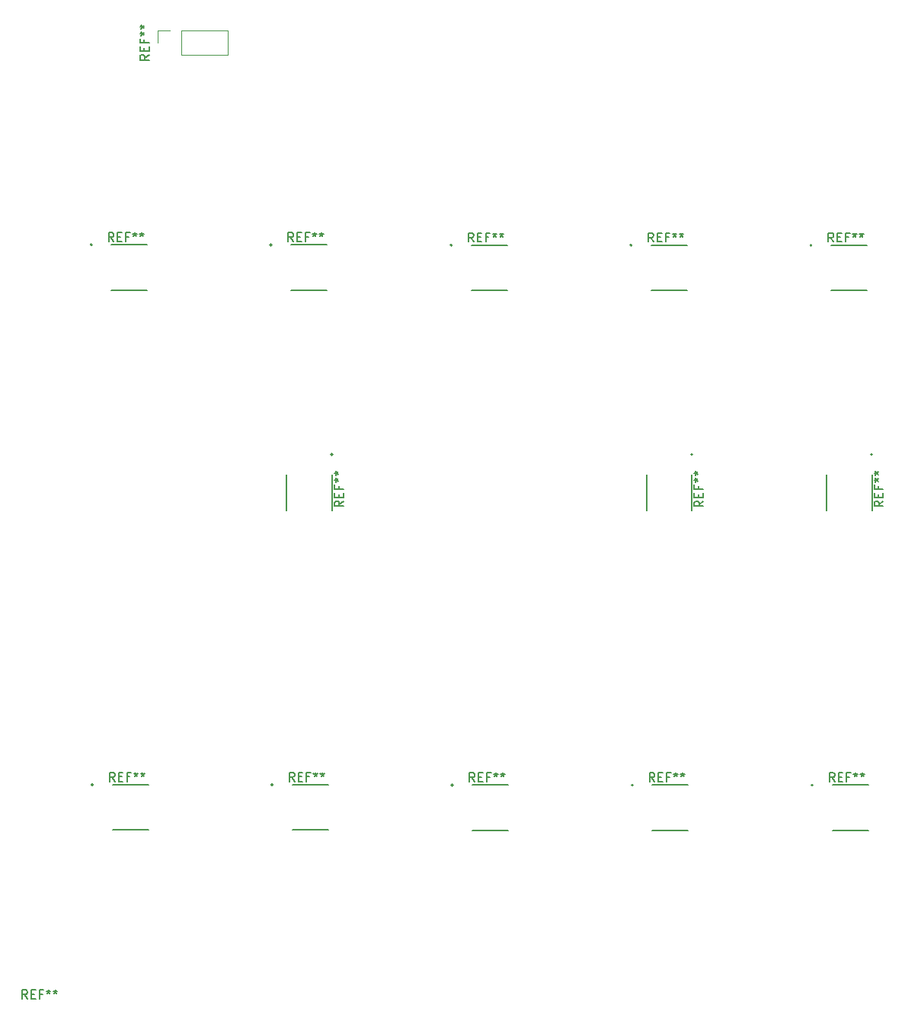
<source format=gbr>
%TF.GenerationSoftware,KiCad,Pcbnew,(6.0.4)*%
%TF.CreationDate,2022-05-01T19:30:29-04:00*%
%TF.ProjectId,ultrasonic,756c7472-6173-46f6-9e69-632e6b696361,rev?*%
%TF.SameCoordinates,Original*%
%TF.FileFunction,Legend,Top*%
%TF.FilePolarity,Positive*%
%FSLAX46Y46*%
G04 Gerber Fmt 4.6, Leading zero omitted, Abs format (unit mm)*
G04 Created by KiCad (PCBNEW (6.0.4)) date 2022-05-01 19:30:29*
%MOMM*%
%LPD*%
G01*
G04 APERTURE LIST*
%ADD10C,0.150000*%
%ADD11C,0.120000*%
%ADD12C,0.127000*%
%ADD13C,0.200000*%
G04 APERTURE END LIST*
D10*
%TO.C,*%
%TO.C,REF\u002A\u002A*%
X63666666Y-151252380D02*
X63333333Y-150776190D01*
X63095238Y-151252380D02*
X63095238Y-150252380D01*
X63476190Y-150252380D01*
X63571428Y-150300000D01*
X63619047Y-150347619D01*
X63666666Y-150442857D01*
X63666666Y-150585714D01*
X63619047Y-150680952D01*
X63571428Y-150728571D01*
X63476190Y-150776190D01*
X63095238Y-150776190D01*
X64095238Y-150728571D02*
X64428571Y-150728571D01*
X64571428Y-151252380D02*
X64095238Y-151252380D01*
X64095238Y-150252380D01*
X64571428Y-150252380D01*
X65333333Y-150728571D02*
X65000000Y-150728571D01*
X65000000Y-151252380D02*
X65000000Y-150252380D01*
X65476190Y-150252380D01*
X66000000Y-150252380D02*
X66000000Y-150490476D01*
X65761904Y-150395238D02*
X66000000Y-150490476D01*
X66238095Y-150395238D01*
X65857142Y-150680952D02*
X66000000Y-150490476D01*
X66142857Y-150680952D01*
X66761904Y-150252380D02*
X66761904Y-150490476D01*
X66523809Y-150395238D02*
X66761904Y-150490476D01*
X67000000Y-150395238D01*
X66619047Y-150680952D02*
X66761904Y-150490476D01*
X66904761Y-150680952D01*
X77182380Y-46333333D02*
X76706190Y-46666666D01*
X77182380Y-46904761D02*
X76182380Y-46904761D01*
X76182380Y-46523809D01*
X76230000Y-46428571D01*
X76277619Y-46380952D01*
X76372857Y-46333333D01*
X76515714Y-46333333D01*
X76610952Y-46380952D01*
X76658571Y-46428571D01*
X76706190Y-46523809D01*
X76706190Y-46904761D01*
X76658571Y-45904761D02*
X76658571Y-45571428D01*
X77182380Y-45428571D02*
X77182380Y-45904761D01*
X76182380Y-45904761D01*
X76182380Y-45428571D01*
X76658571Y-44666666D02*
X76658571Y-45000000D01*
X77182380Y-45000000D02*
X76182380Y-45000000D01*
X76182380Y-44523809D01*
X76182380Y-44000000D02*
X76420476Y-44000000D01*
X76325238Y-44238095D02*
X76420476Y-44000000D01*
X76325238Y-43761904D01*
X76610952Y-44142857D02*
X76420476Y-44000000D01*
X76610952Y-43857142D01*
X76182380Y-43238095D02*
X76420476Y-43238095D01*
X76325238Y-43476190D02*
X76420476Y-43238095D01*
X76325238Y-43000000D01*
X76610952Y-43380952D02*
X76420476Y-43238095D01*
X76610952Y-43095238D01*
X133387913Y-127115381D02*
X133054580Y-126639191D01*
X132816485Y-127115381D02*
X132816485Y-126115381D01*
X133197437Y-126115381D01*
X133292675Y-126163001D01*
X133340294Y-126210620D01*
X133387913Y-126305858D01*
X133387913Y-126448715D01*
X133340294Y-126543953D01*
X133292675Y-126591572D01*
X133197437Y-126639191D01*
X132816485Y-126639191D01*
X133816485Y-126591572D02*
X134149818Y-126591572D01*
X134292675Y-127115381D02*
X133816485Y-127115381D01*
X133816485Y-126115381D01*
X134292675Y-126115381D01*
X135054580Y-126591572D02*
X134721247Y-126591572D01*
X134721247Y-127115381D02*
X134721247Y-126115381D01*
X135197437Y-126115381D01*
X135721247Y-126115381D02*
X135721247Y-126353477D01*
X135483151Y-126258239D02*
X135721247Y-126353477D01*
X135959342Y-126258239D01*
X135578389Y-126543953D02*
X135721247Y-126353477D01*
X135864104Y-126543953D01*
X136483151Y-126115381D02*
X136483151Y-126353477D01*
X136245056Y-126258239D02*
X136483151Y-126353477D01*
X136721247Y-126258239D01*
X136340294Y-126543953D02*
X136483151Y-126353477D01*
X136626008Y-126543953D01*
X153387913Y-127115381D02*
X153054580Y-126639191D01*
X152816485Y-127115381D02*
X152816485Y-126115381D01*
X153197437Y-126115381D01*
X153292675Y-126163001D01*
X153340294Y-126210620D01*
X153387913Y-126305858D01*
X153387913Y-126448715D01*
X153340294Y-126543953D01*
X153292675Y-126591572D01*
X153197437Y-126639191D01*
X152816485Y-126639191D01*
X153816485Y-126591572D02*
X154149818Y-126591572D01*
X154292675Y-127115381D02*
X153816485Y-127115381D01*
X153816485Y-126115381D01*
X154292675Y-126115381D01*
X155054580Y-126591572D02*
X154721247Y-126591572D01*
X154721247Y-127115381D02*
X154721247Y-126115381D01*
X155197437Y-126115381D01*
X155721247Y-126115381D02*
X155721247Y-126353477D01*
X155483151Y-126258239D02*
X155721247Y-126353477D01*
X155959342Y-126258239D01*
X155578389Y-126543953D02*
X155721247Y-126353477D01*
X155864104Y-126543953D01*
X156483151Y-126115381D02*
X156483151Y-126353477D01*
X156245056Y-126258239D02*
X156483151Y-126353477D01*
X156721247Y-126258239D01*
X156340294Y-126543953D02*
X156483151Y-126353477D01*
X156626008Y-126543953D01*
X73387913Y-127076507D02*
X73054580Y-126600317D01*
X72816485Y-127076507D02*
X72816485Y-126076507D01*
X73197437Y-126076507D01*
X73292675Y-126124127D01*
X73340294Y-126171746D01*
X73387913Y-126266984D01*
X73387913Y-126409841D01*
X73340294Y-126505079D01*
X73292675Y-126552698D01*
X73197437Y-126600317D01*
X72816485Y-126600317D01*
X73816485Y-126552698D02*
X74149818Y-126552698D01*
X74292675Y-127076507D02*
X73816485Y-127076507D01*
X73816485Y-126076507D01*
X74292675Y-126076507D01*
X75054580Y-126552698D02*
X74721247Y-126552698D01*
X74721247Y-127076507D02*
X74721247Y-126076507D01*
X75197437Y-126076507D01*
X75721247Y-126076507D02*
X75721247Y-126314603D01*
X75483151Y-126219365D02*
X75721247Y-126314603D01*
X75959342Y-126219365D01*
X75578389Y-126505079D02*
X75721247Y-126314603D01*
X75864104Y-126505079D01*
X76483151Y-126076507D02*
X76483151Y-126314603D01*
X76245056Y-126219365D02*
X76483151Y-126314603D01*
X76721247Y-126219365D01*
X76340294Y-126505079D02*
X76483151Y-126314603D01*
X76626008Y-126505079D01*
X93361499Y-127076507D02*
X93028166Y-126600317D01*
X92790071Y-127076507D02*
X92790071Y-126076507D01*
X93171023Y-126076507D01*
X93266261Y-126124127D01*
X93313880Y-126171746D01*
X93361499Y-126266984D01*
X93361499Y-126409841D01*
X93313880Y-126505079D01*
X93266261Y-126552698D01*
X93171023Y-126600317D01*
X92790071Y-126600317D01*
X93790071Y-126552698D02*
X94123404Y-126552698D01*
X94266261Y-127076507D02*
X93790071Y-127076507D01*
X93790071Y-126076507D01*
X94266261Y-126076507D01*
X95028166Y-126552698D02*
X94694833Y-126552698D01*
X94694833Y-127076507D02*
X94694833Y-126076507D01*
X95171023Y-126076507D01*
X95694833Y-126076507D02*
X95694833Y-126314603D01*
X95456737Y-126219365D02*
X95694833Y-126314603D01*
X95932928Y-126219365D01*
X95551975Y-126505079D02*
X95694833Y-126314603D01*
X95837690Y-126505079D01*
X96456737Y-126076507D02*
X96456737Y-126314603D01*
X96218642Y-126219365D02*
X96456737Y-126314603D01*
X96694833Y-126219365D01*
X96313880Y-126505079D02*
X96456737Y-126314603D01*
X96599594Y-126505079D01*
X113387913Y-127115381D02*
X113054580Y-126639191D01*
X112816485Y-127115381D02*
X112816485Y-126115381D01*
X113197437Y-126115381D01*
X113292675Y-126163001D01*
X113340294Y-126210620D01*
X113387913Y-126305858D01*
X113387913Y-126448715D01*
X113340294Y-126543953D01*
X113292675Y-126591572D01*
X113197437Y-126639191D01*
X112816485Y-126639191D01*
X113816485Y-126591572D02*
X114149818Y-126591572D01*
X114292675Y-127115381D02*
X113816485Y-127115381D01*
X113816485Y-126115381D01*
X114292675Y-126115381D01*
X115054580Y-126591572D02*
X114721247Y-126591572D01*
X114721247Y-127115381D02*
X114721247Y-126115381D01*
X115197437Y-126115381D01*
X115721247Y-126115381D02*
X115721247Y-126353477D01*
X115483151Y-126258239D02*
X115721247Y-126353477D01*
X115959342Y-126258239D01*
X115578389Y-126543953D02*
X115721247Y-126353477D01*
X115864104Y-126543953D01*
X116483151Y-126115381D02*
X116483151Y-126353477D01*
X116245056Y-126258239D02*
X116483151Y-126353477D01*
X116721247Y-126258239D01*
X116340294Y-126543953D02*
X116483151Y-126353477D01*
X116626008Y-126543953D01*
X73266666Y-67076506D02*
X72933333Y-66600316D01*
X72695238Y-67076506D02*
X72695238Y-66076506D01*
X73076190Y-66076506D01*
X73171428Y-66124126D01*
X73219047Y-66171745D01*
X73266666Y-66266983D01*
X73266666Y-66409840D01*
X73219047Y-66505078D01*
X73171428Y-66552697D01*
X73076190Y-66600316D01*
X72695238Y-66600316D01*
X73695238Y-66552697D02*
X74028571Y-66552697D01*
X74171428Y-67076506D02*
X73695238Y-67076506D01*
X73695238Y-66076506D01*
X74171428Y-66076506D01*
X74933333Y-66552697D02*
X74600000Y-66552697D01*
X74600000Y-67076506D02*
X74600000Y-66076506D01*
X75076190Y-66076506D01*
X75600000Y-66076506D02*
X75600000Y-66314602D01*
X75361904Y-66219364D02*
X75600000Y-66314602D01*
X75838095Y-66219364D01*
X75457142Y-66505078D02*
X75600000Y-66314602D01*
X75742857Y-66505078D01*
X76361904Y-66076506D02*
X76361904Y-66314602D01*
X76123809Y-66219364D02*
X76361904Y-66314602D01*
X76600000Y-66219364D01*
X76219047Y-66505078D02*
X76361904Y-66314602D01*
X76504761Y-66505078D01*
X158789380Y-95933333D02*
X158313190Y-96266666D01*
X158789380Y-96504761D02*
X157789380Y-96504761D01*
X157789380Y-96123809D01*
X157837000Y-96028571D01*
X157884619Y-95980952D01*
X157979857Y-95933333D01*
X158122714Y-95933333D01*
X158217952Y-95980952D01*
X158265571Y-96028571D01*
X158313190Y-96123809D01*
X158313190Y-96504761D01*
X158265571Y-95504761D02*
X158265571Y-95171428D01*
X158789380Y-95028571D02*
X158789380Y-95504761D01*
X157789380Y-95504761D01*
X157789380Y-95028571D01*
X158265571Y-94266666D02*
X158265571Y-94600000D01*
X158789380Y-94600000D02*
X157789380Y-94600000D01*
X157789380Y-94123809D01*
X157789380Y-93600000D02*
X158027476Y-93600000D01*
X157932238Y-93838095D02*
X158027476Y-93600000D01*
X157932238Y-93361904D01*
X158217952Y-93742857D02*
X158027476Y-93600000D01*
X158217952Y-93457142D01*
X157789380Y-92838095D02*
X158027476Y-92838095D01*
X157932238Y-93076190D02*
X158027476Y-92838095D01*
X157932238Y-92600000D01*
X158217952Y-92980952D02*
X158027476Y-92838095D01*
X158217952Y-92695238D01*
X138789380Y-95933333D02*
X138313190Y-96266666D01*
X138789380Y-96504761D02*
X137789380Y-96504761D01*
X137789380Y-96123809D01*
X137837000Y-96028571D01*
X137884619Y-95980952D01*
X137979857Y-95933333D01*
X138122714Y-95933333D01*
X138217952Y-95980952D01*
X138265571Y-96028571D01*
X138313190Y-96123809D01*
X138313190Y-96504761D01*
X138265571Y-95504761D02*
X138265571Y-95171428D01*
X138789380Y-95028571D02*
X138789380Y-95504761D01*
X137789380Y-95504761D01*
X137789380Y-95028571D01*
X138265571Y-94266666D02*
X138265571Y-94600000D01*
X138789380Y-94600000D02*
X137789380Y-94600000D01*
X137789380Y-94123809D01*
X137789380Y-93600000D02*
X138027476Y-93600000D01*
X137932238Y-93838095D02*
X138027476Y-93600000D01*
X137932238Y-93361904D01*
X138217952Y-93742857D02*
X138027476Y-93600000D01*
X138217952Y-93457142D01*
X137789380Y-92838095D02*
X138027476Y-92838095D01*
X137932238Y-93076190D02*
X138027476Y-92838095D01*
X137932238Y-92600000D01*
X138217952Y-92980952D02*
X138027476Y-92838095D01*
X138217952Y-92695238D01*
X98789380Y-95933333D02*
X98313190Y-96266666D01*
X98789380Y-96504761D02*
X97789380Y-96504761D01*
X97789380Y-96123809D01*
X97837000Y-96028571D01*
X97884619Y-95980952D01*
X97979857Y-95933333D01*
X98122714Y-95933333D01*
X98217952Y-95980952D01*
X98265571Y-96028571D01*
X98313190Y-96123809D01*
X98313190Y-96504761D01*
X98265571Y-95504761D02*
X98265571Y-95171428D01*
X98789380Y-95028571D02*
X98789380Y-95504761D01*
X97789380Y-95504761D01*
X97789380Y-95028571D01*
X98265571Y-94266666D02*
X98265571Y-94600000D01*
X98789380Y-94600000D02*
X97789380Y-94600000D01*
X97789380Y-94123809D01*
X97789380Y-93600000D02*
X98027476Y-93600000D01*
X97932238Y-93838095D02*
X98027476Y-93600000D01*
X97932238Y-93361904D01*
X98217952Y-93742857D02*
X98027476Y-93600000D01*
X98217952Y-93457142D01*
X97789380Y-92838095D02*
X98027476Y-92838095D01*
X97932238Y-93076190D02*
X98027476Y-92838095D01*
X97932238Y-92600000D01*
X98217952Y-92980952D02*
X98027476Y-92838095D01*
X98217952Y-92695238D01*
X153266666Y-67115380D02*
X152933333Y-66639190D01*
X152695238Y-67115380D02*
X152695238Y-66115380D01*
X153076190Y-66115380D01*
X153171428Y-66163000D01*
X153219047Y-66210619D01*
X153266666Y-66305857D01*
X153266666Y-66448714D01*
X153219047Y-66543952D01*
X153171428Y-66591571D01*
X153076190Y-66639190D01*
X152695238Y-66639190D01*
X153695238Y-66591571D02*
X154028571Y-66591571D01*
X154171428Y-67115380D02*
X153695238Y-67115380D01*
X153695238Y-66115380D01*
X154171428Y-66115380D01*
X154933333Y-66591571D02*
X154600000Y-66591571D01*
X154600000Y-67115380D02*
X154600000Y-66115380D01*
X155076190Y-66115380D01*
X155600000Y-66115380D02*
X155600000Y-66353476D01*
X155361904Y-66258238D02*
X155600000Y-66353476D01*
X155838095Y-66258238D01*
X155457142Y-66543952D02*
X155600000Y-66353476D01*
X155742857Y-66543952D01*
X156361904Y-66115380D02*
X156361904Y-66353476D01*
X156123809Y-66258238D02*
X156361904Y-66353476D01*
X156600000Y-66258238D01*
X156219047Y-66543952D02*
X156361904Y-66353476D01*
X156504761Y-66543952D01*
X133266666Y-67115380D02*
X132933333Y-66639190D01*
X132695238Y-67115380D02*
X132695238Y-66115380D01*
X133076190Y-66115380D01*
X133171428Y-66163000D01*
X133219047Y-66210619D01*
X133266666Y-66305857D01*
X133266666Y-66448714D01*
X133219047Y-66543952D01*
X133171428Y-66591571D01*
X133076190Y-66639190D01*
X132695238Y-66639190D01*
X133695238Y-66591571D02*
X134028571Y-66591571D01*
X134171428Y-67115380D02*
X133695238Y-67115380D01*
X133695238Y-66115380D01*
X134171428Y-66115380D01*
X134933333Y-66591571D02*
X134600000Y-66591571D01*
X134600000Y-67115380D02*
X134600000Y-66115380D01*
X135076190Y-66115380D01*
X135600000Y-66115380D02*
X135600000Y-66353476D01*
X135361904Y-66258238D02*
X135600000Y-66353476D01*
X135838095Y-66258238D01*
X135457142Y-66543952D02*
X135600000Y-66353476D01*
X135742857Y-66543952D01*
X136361904Y-66115380D02*
X136361904Y-66353476D01*
X136123809Y-66258238D02*
X136361904Y-66353476D01*
X136600000Y-66258238D01*
X136219047Y-66543952D02*
X136361904Y-66353476D01*
X136504761Y-66543952D01*
X113266666Y-67115380D02*
X112933333Y-66639190D01*
X112695238Y-67115380D02*
X112695238Y-66115380D01*
X113076190Y-66115380D01*
X113171428Y-66163000D01*
X113219047Y-66210619D01*
X113266666Y-66305857D01*
X113266666Y-66448714D01*
X113219047Y-66543952D01*
X113171428Y-66591571D01*
X113076190Y-66639190D01*
X112695238Y-66639190D01*
X113695238Y-66591571D02*
X114028571Y-66591571D01*
X114171428Y-67115380D02*
X113695238Y-67115380D01*
X113695238Y-66115380D01*
X114171428Y-66115380D01*
X114933333Y-66591571D02*
X114600000Y-66591571D01*
X114600000Y-67115380D02*
X114600000Y-66115380D01*
X115076190Y-66115380D01*
X115600000Y-66115380D02*
X115600000Y-66353476D01*
X115361904Y-66258238D02*
X115600000Y-66353476D01*
X115838095Y-66258238D01*
X115457142Y-66543952D02*
X115600000Y-66353476D01*
X115742857Y-66543952D01*
X116361904Y-66115380D02*
X116361904Y-66353476D01*
X116123809Y-66258238D02*
X116361904Y-66353476D01*
X116600000Y-66258238D01*
X116219047Y-66543952D02*
X116361904Y-66353476D01*
X116504761Y-66543952D01*
X93240252Y-67076506D02*
X92906919Y-66600316D01*
X92668824Y-67076506D02*
X92668824Y-66076506D01*
X93049776Y-66076506D01*
X93145014Y-66124126D01*
X93192633Y-66171745D01*
X93240252Y-66266983D01*
X93240252Y-66409840D01*
X93192633Y-66505078D01*
X93145014Y-66552697D01*
X93049776Y-66600316D01*
X92668824Y-66600316D01*
X93668824Y-66552697D02*
X94002157Y-66552697D01*
X94145014Y-67076506D02*
X93668824Y-67076506D01*
X93668824Y-66076506D01*
X94145014Y-66076506D01*
X94906919Y-66552697D02*
X94573586Y-66552697D01*
X94573586Y-67076506D02*
X94573586Y-66076506D01*
X95049776Y-66076506D01*
X95573586Y-66076506D02*
X95573586Y-66314602D01*
X95335490Y-66219364D02*
X95573586Y-66314602D01*
X95811681Y-66219364D01*
X95430728Y-66505078D02*
X95573586Y-66314602D01*
X95716443Y-66505078D01*
X96335490Y-66076506D02*
X96335490Y-66314602D01*
X96097395Y-66219364D02*
X96335490Y-66314602D01*
X96573586Y-66219364D01*
X96192633Y-66505078D02*
X96335490Y-66314602D01*
X96478347Y-66505078D01*
D11*
X78170000Y-45000000D02*
X78170000Y-43670000D01*
X80770000Y-43670000D02*
X85910000Y-43670000D01*
X80770000Y-46330000D02*
X85910000Y-46330000D01*
X80770000Y-46330000D02*
X80770000Y-43670000D01*
X78170000Y-43670000D02*
X79500000Y-43670000D01*
X85910000Y-46330000D02*
X85910000Y-43670000D01*
D12*
X133126247Y-132525001D02*
X137116247Y-132525001D01*
X133126247Y-127475001D02*
X137116247Y-127475001D01*
D13*
X130971247Y-127495001D02*
G75*
G03*
X130971247Y-127495001I-100000J0D01*
G01*
D12*
X153126247Y-132525001D02*
X157116247Y-132525001D01*
X153126247Y-127475001D02*
X157116247Y-127475001D01*
D13*
X150971247Y-127495001D02*
G75*
G03*
X150971247Y-127495001I-100000J0D01*
G01*
D12*
X73126247Y-132486127D02*
X77116247Y-132486127D01*
X73126247Y-127436127D02*
X77116247Y-127436127D01*
D13*
X70971247Y-127456127D02*
G75*
G03*
X70971247Y-127456127I-100000J0D01*
G01*
D12*
X93099833Y-132486127D02*
X97089833Y-132486127D01*
X93099833Y-127436127D02*
X97089833Y-127436127D01*
D13*
X90944833Y-127456127D02*
G75*
G03*
X90944833Y-127456127I-100000J0D01*
G01*
D12*
X113126247Y-132525001D02*
X117116247Y-132525001D01*
X113126247Y-127475001D02*
X117116247Y-127475001D01*
D13*
X110971247Y-127495001D02*
G75*
G03*
X110971247Y-127495001I-100000J0D01*
G01*
D12*
X73005000Y-72486126D02*
X76995000Y-72486126D01*
X73005000Y-67436126D02*
X76995000Y-67436126D01*
D13*
X70850000Y-67456126D02*
G75*
G03*
X70850000Y-67456126I-100000J0D01*
G01*
D12*
X152475000Y-93005000D02*
X152475000Y-96995000D01*
X157525000Y-93005000D02*
X157525000Y-96995000D01*
D13*
X157605000Y-90750000D02*
G75*
G03*
X157605000Y-90750000I-100000J0D01*
G01*
D12*
X132475000Y-93005000D02*
X132475000Y-96995000D01*
X137525000Y-93005000D02*
X137525000Y-96995000D01*
D13*
X137605000Y-90750000D02*
G75*
G03*
X137605000Y-90750000I-100000J0D01*
G01*
X97605000Y-90750000D02*
G75*
G03*
X97605000Y-90750000I-100000J0D01*
G01*
D12*
X97525000Y-93005000D02*
X97525000Y-96995000D01*
X92475000Y-93005000D02*
X92475000Y-96995000D01*
D13*
X150850000Y-67495000D02*
G75*
G03*
X150850000Y-67495000I-100000J0D01*
G01*
D12*
X153005000Y-67475000D02*
X156995000Y-67475000D01*
X153005000Y-72525000D02*
X156995000Y-72525000D01*
D13*
X130850000Y-67495000D02*
G75*
G03*
X130850000Y-67495000I-100000J0D01*
G01*
D12*
X133005000Y-67475000D02*
X136995000Y-67475000D01*
X133005000Y-72525000D02*
X136995000Y-72525000D01*
D13*
X110850000Y-67495000D02*
G75*
G03*
X110850000Y-67495000I-100000J0D01*
G01*
D12*
X113005000Y-67475000D02*
X116995000Y-67475000D01*
X113005000Y-72525000D02*
X116995000Y-72525000D01*
D13*
X90823586Y-67456126D02*
G75*
G03*
X90823586Y-67456126I-100000J0D01*
G01*
D12*
X92978586Y-67436126D02*
X96968586Y-67436126D01*
X92978586Y-72486126D02*
X96968586Y-72486126D01*
%TD*%
M02*

</source>
